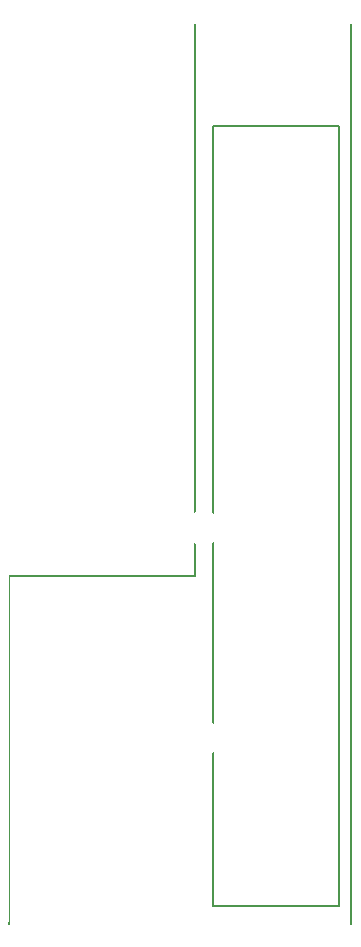
<source format=gbo>
G04 #@! TF.GenerationSoftware,KiCad,Pcbnew,7.0.5*
G04 #@! TF.CreationDate,2024-02-22T21:47:11-06:00*
G04 #@! TF.ProjectId,CoilFiringBoard_Hardware,436f696c-4669-4726-996e-67426f617264,rev?*
G04 #@! TF.SameCoordinates,Original*
G04 #@! TF.FileFunction,Legend,Bot*
G04 #@! TF.FilePolarity,Positive*
%FSLAX46Y46*%
G04 Gerber Fmt 4.6, Leading zero omitted, Abs format (unit mm)*
G04 Created by KiCad (PCBNEW 7.0.5) date 2024-02-22 21:47:11*
%MOMM*%
%LPD*%
G01*
G04 APERTURE LIST*
%ADD10C,0.150000*%
%ADD11C,3.000000*%
%ADD12R,25.400000X38.100000*%
%ADD13C,2.000000*%
%ADD14R,3.200000X3.200000*%
%ADD15O,3.200000X3.200000*%
%ADD16C,3.450000*%
%ADD17C,1.524000*%
%ADD18C,3.800000*%
%ADD19R,2.500000X4.500000*%
%ADD20O,2.500000X4.500000*%
G04 APERTURE END LIST*
D10*
X106172000Y-47244000D02*
X106172000Y-113284000D01*
X116840000Y-47244000D02*
X106172000Y-47244000D01*
X106172000Y-113284000D02*
X116840000Y-113284000D01*
X88900000Y-85344000D02*
X104648000Y-85344000D01*
X117856000Y-38608000D02*
X117856000Y-114808000D01*
X104648000Y-85344000D02*
X104648000Y-38608000D01*
X116840000Y-113284000D02*
X116840000Y-47244000D01*
X88900000Y-114808000D02*
X88900000Y-85344000D01*
%LPC*%
D11*
X105300000Y-81356200D03*
X123300000Y-81356200D03*
D12*
X76200000Y-95662750D03*
D13*
X93472000Y-87630000D03*
X93472000Y-97630000D03*
D14*
X101600000Y-50254000D03*
D15*
X114300000Y-50254000D03*
D16*
X98044000Y-110236000D03*
X93216000Y-110232000D03*
D17*
X96899000Y-101596000D03*
X94359000Y-101596000D03*
D14*
X101600000Y-63500000D03*
D15*
X114300000Y-63500000D03*
D18*
X101600000Y-44196000D03*
D12*
X152400000Y-57753250D03*
D14*
X101600000Y-56896000D03*
D15*
X114300000Y-56896000D03*
D19*
X108850000Y-103632000D03*
D20*
X114300000Y-103632000D03*
X119750000Y-103632000D03*
D12*
X76200000Y-57753250D03*
D18*
X114300000Y-110744000D03*
D11*
X105300000Y-99060000D03*
X123300000Y-99060000D03*
D14*
X101600000Y-70104000D03*
D15*
X114300000Y-70104000D03*
D12*
X152400000Y-95662750D03*
D19*
X108850000Y-85935000D03*
D20*
X114300000Y-85935000D03*
X119750000Y-85935000D03*
%LPD*%
M02*

</source>
